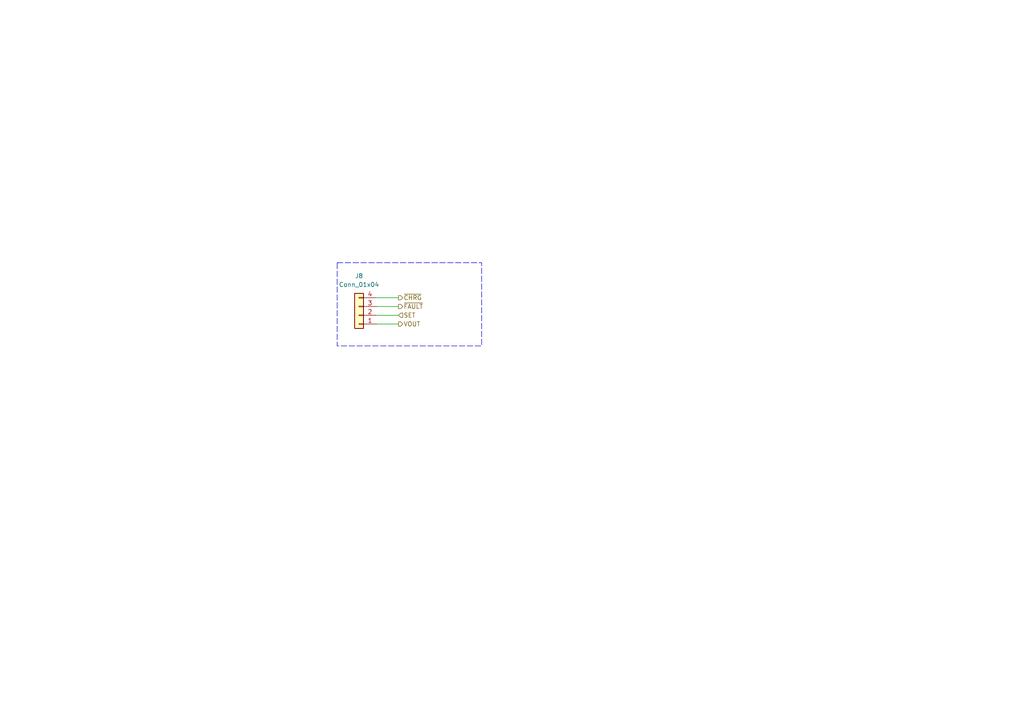
<source format=kicad_sch>
(kicad_sch (version 20231120) (generator "eeschema") (generator_version "8.0")
  (paper "A4")
  (lib_symbols
    (symbol "Connector_Generic:Conn_01x04" (pin_names (offset 1.016) hide)
      (property "Reference" "J" (at 0 5.08 0))
      (property "Value" "Conn_01x04" (at 0 -7.62 0))
      (symbol "Conn_01x04_1_1"
        (rectangle (start -1.27 -4.953) (end 0 -5.207) (stroke (width 0.1524)))
        (rectangle (start -1.27 -2.413) (end 0 -2.667) (stroke (width 0.1524)))
        (rectangle (start -1.27 0.127) (end 0 -0.127) (stroke (width 0.1524)))
        (rectangle (start -1.27 2.667) (end 0 2.413) (stroke (width 0.1524)))
        (rectangle (start -1.27 3.81) (end 1.27 -6.35) (stroke (width 0.254)) (fill (type background)))
        (pin passive line (at -5.08 2.54 0) (length 3.81) (name "Pin_1") (number "1"))
        (pin passive line (at -5.08 0 0) (length 3.81) (name "Pin_2") (number "2"))
        (pin passive line (at -5.08 -2.54 0) (length 3.81) (name "Pin_3") (number "3"))
        (pin passive line (at -5.08 -5.08 0) (length 3.81) (name "Pin_4") (number "4"))
      )
    )
  )
  (wire (pts (xy 109.22 91.44) (xy 115.57 91.44)))
  (wire (pts (xy 109.22 86.36) (xy 115.57 86.36)))
  (wire (pts (xy 109.22 88.9) (xy 115.57 88.9)))
  (wire (pts (xy 109.22 93.98) (xy 115.57 93.98)))
  (rectangle (start 97.79 76.2) (end 139.7 100.33) (stroke (width 0) (type dash)))
  (hierarchical_label "~{CHRG}" (shape output) (at 115.57 86.36 0))
  (hierarchical_label "~{FAULT}" (shape output) (at 115.57 88.9 0))
  (hierarchical_label "SET" (shape input) (at 115.57 91.44 0))
  (hierarchical_label "VOUT" (shape output) (at 115.57 93.98 0))
  (symbol (lib_id "Connector_Generic:Conn_01x04") (at 104.14 91.44 180) (unit 1)
    (property "Reference" "J8" (at 104.14 80.01 0))
    (property "Value" "Conn_01x04" (at 104.14 82.55 0))
    (property "Footprint" "Connector_PinSocket_2.54mm:PinSocket_1x04_P2.54mm_Horizontal" (effects (hide yes)))
    (property "Description" "Generic connector, single row, 01x04, script generated (kicad-library-utils/schlib/autogen/connector/)" (effects (hide yes)))
  )
)
</source>
